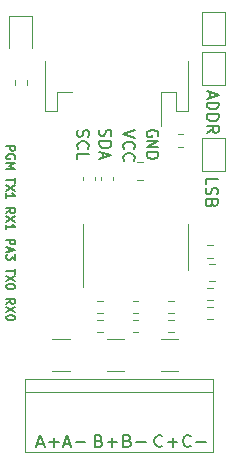
<source format=gbr>
%TF.GenerationSoftware,KiCad,Pcbnew,(6.0.6-0)*%
%TF.CreationDate,2023-05-31T20:28:53-07:00*%
%TF.ProjectId,HCT20,48435432-302e-46b6-9963-61645f706362,rev?*%
%TF.SameCoordinates,Original*%
%TF.FileFunction,Legend,Top*%
%TF.FilePolarity,Positive*%
%FSLAX46Y46*%
G04 Gerber Fmt 4.6, Leading zero omitted, Abs format (unit mm)*
G04 Created by KiCad (PCBNEW (6.0.6-0)) date 2023-05-31 20:28:53*
%MOMM*%
%LPD*%
G01*
G04 APERTURE LIST*
%ADD10C,0.150000*%
%ADD11C,0.120000*%
G04 APERTURE END LIST*
D10*
X113500000Y-71645357D02*
X113547619Y-71559642D01*
X113547619Y-71431071D01*
X113500000Y-71302500D01*
X113404761Y-71216785D01*
X113309523Y-71173928D01*
X113119047Y-71131071D01*
X112976190Y-71131071D01*
X112785714Y-71173928D01*
X112690476Y-71216785D01*
X112595238Y-71302500D01*
X112547619Y-71431071D01*
X112547619Y-71516785D01*
X112595238Y-71645357D01*
X112642857Y-71688214D01*
X112976190Y-71688214D01*
X112976190Y-71516785D01*
X112547619Y-72073928D02*
X113547619Y-72073928D01*
X112547619Y-72588214D01*
X113547619Y-72588214D01*
X112547619Y-73016785D02*
X113547619Y-73016785D01*
X113547619Y-73231071D01*
X113500000Y-73359642D01*
X113404761Y-73445357D01*
X113309523Y-73488214D01*
X113119047Y-73531071D01*
X112976190Y-73531071D01*
X112785714Y-73488214D01*
X112690476Y-73445357D01*
X112595238Y-73359642D01*
X112547619Y-73231071D01*
X112547619Y-73016785D01*
X111547619Y-71140595D02*
X110547619Y-71473928D01*
X111547619Y-71807261D01*
X110642857Y-72712023D02*
X110595238Y-72664404D01*
X110547619Y-72521547D01*
X110547619Y-72426309D01*
X110595238Y-72283452D01*
X110690476Y-72188214D01*
X110785714Y-72140595D01*
X110976190Y-72092976D01*
X111119047Y-72092976D01*
X111309523Y-72140595D01*
X111404761Y-72188214D01*
X111500000Y-72283452D01*
X111547619Y-72426309D01*
X111547619Y-72521547D01*
X111500000Y-72664404D01*
X111452380Y-72712023D01*
X110642857Y-73712023D02*
X110595238Y-73664404D01*
X110547619Y-73521547D01*
X110547619Y-73426309D01*
X110595238Y-73283452D01*
X110690476Y-73188214D01*
X110785714Y-73140595D01*
X110976190Y-73092976D01*
X111119047Y-73092976D01*
X111309523Y-73140595D01*
X111404761Y-73188214D01*
X111500000Y-73283452D01*
X111547619Y-73426309D01*
X111547619Y-73521547D01*
X111500000Y-73664404D01*
X111452380Y-73712023D01*
X117933333Y-67887976D02*
X117933333Y-68364166D01*
X117647619Y-67792738D02*
X118647619Y-68126071D01*
X117647619Y-68459404D01*
X117647619Y-68792738D02*
X118647619Y-68792738D01*
X118647619Y-69030833D01*
X118600000Y-69173690D01*
X118504761Y-69268928D01*
X118409523Y-69316547D01*
X118219047Y-69364166D01*
X118076190Y-69364166D01*
X117885714Y-69316547D01*
X117790476Y-69268928D01*
X117695238Y-69173690D01*
X117647619Y-69030833D01*
X117647619Y-68792738D01*
X117647619Y-69792738D02*
X118647619Y-69792738D01*
X118647619Y-70030833D01*
X118600000Y-70173690D01*
X118504761Y-70268928D01*
X118409523Y-70316547D01*
X118219047Y-70364166D01*
X118076190Y-70364166D01*
X117885714Y-70316547D01*
X117790476Y-70268928D01*
X117695238Y-70173690D01*
X117647619Y-70030833D01*
X117647619Y-69792738D01*
X117647619Y-71364166D02*
X118123809Y-71030833D01*
X117647619Y-70792738D02*
X118647619Y-70792738D01*
X118647619Y-71173690D01*
X118600000Y-71268928D01*
X118552380Y-71316547D01*
X118457142Y-71364166D01*
X118314285Y-71364166D01*
X118219047Y-71316547D01*
X118171428Y-71268928D01*
X118123809Y-71173690D01*
X118123809Y-70792738D01*
X103303214Y-97666666D02*
X103817500Y-97666666D01*
X103200357Y-97952380D02*
X103560357Y-96952380D01*
X103920357Y-97952380D01*
X104280357Y-97571428D02*
X105103214Y-97571428D01*
X104691785Y-97952380D02*
X104691785Y-97190476D01*
X105566071Y-97666666D02*
X106080357Y-97666666D01*
X105463214Y-97952380D02*
X105823214Y-96952380D01*
X106183214Y-97952380D01*
X106543214Y-97571428D02*
X107366071Y-97571428D01*
X100674285Y-72468928D02*
X101394285Y-72468928D01*
X101394285Y-72743214D01*
X101360000Y-72811785D01*
X101325714Y-72846071D01*
X101257142Y-72880357D01*
X101154285Y-72880357D01*
X101085714Y-72846071D01*
X101051428Y-72811785D01*
X101017142Y-72743214D01*
X101017142Y-72468928D01*
X101360000Y-73566071D02*
X101394285Y-73497500D01*
X101394285Y-73394642D01*
X101360000Y-73291785D01*
X101291428Y-73223214D01*
X101222857Y-73188928D01*
X101085714Y-73154642D01*
X100982857Y-73154642D01*
X100845714Y-73188928D01*
X100777142Y-73223214D01*
X100708571Y-73291785D01*
X100674285Y-73394642D01*
X100674285Y-73463214D01*
X100708571Y-73566071D01*
X100742857Y-73600357D01*
X100982857Y-73600357D01*
X100982857Y-73463214D01*
X100674285Y-73908928D02*
X101394285Y-73908928D01*
X100880000Y-74148928D01*
X101394285Y-74388928D01*
X100674285Y-74388928D01*
X101394285Y-75177500D02*
X101394285Y-75588928D01*
X100674285Y-75383214D02*
X101394285Y-75383214D01*
X101394285Y-75760357D02*
X100674285Y-76240357D01*
X101394285Y-76240357D02*
X100674285Y-75760357D01*
X100674285Y-76891785D02*
X100674285Y-76480357D01*
X100674285Y-76686071D02*
X101394285Y-76686071D01*
X101291428Y-76617500D01*
X101222857Y-76548928D01*
X101188571Y-76480357D01*
X100674285Y-78160357D02*
X101017142Y-77920357D01*
X100674285Y-77748928D02*
X101394285Y-77748928D01*
X101394285Y-78023214D01*
X101360000Y-78091785D01*
X101325714Y-78126071D01*
X101257142Y-78160357D01*
X101154285Y-78160357D01*
X101085714Y-78126071D01*
X101051428Y-78091785D01*
X101017142Y-78023214D01*
X101017142Y-77748928D01*
X101394285Y-78400357D02*
X100674285Y-78880357D01*
X101394285Y-78880357D02*
X100674285Y-78400357D01*
X100674285Y-79531785D02*
X100674285Y-79120357D01*
X100674285Y-79326071D02*
X101394285Y-79326071D01*
X101291428Y-79257500D01*
X101222857Y-79188928D01*
X101188571Y-79120357D01*
X100674285Y-80388928D02*
X101394285Y-80388928D01*
X101394285Y-80663214D01*
X101360000Y-80731785D01*
X101325714Y-80766071D01*
X101257142Y-80800357D01*
X101154285Y-80800357D01*
X101085714Y-80766071D01*
X101051428Y-80731785D01*
X101017142Y-80663214D01*
X101017142Y-80388928D01*
X100880000Y-81074642D02*
X100880000Y-81417500D01*
X100674285Y-81006071D02*
X101394285Y-81246071D01*
X100674285Y-81486071D01*
X101394285Y-81657500D02*
X101394285Y-82103214D01*
X101120000Y-81863214D01*
X101120000Y-81966071D01*
X101085714Y-82034642D01*
X101051428Y-82068928D01*
X100982857Y-82103214D01*
X100811428Y-82103214D01*
X100742857Y-82068928D01*
X100708571Y-82034642D01*
X100674285Y-81966071D01*
X100674285Y-81760357D01*
X100708571Y-81691785D01*
X100742857Y-81657500D01*
X101394285Y-82857500D02*
X101394285Y-83268928D01*
X100674285Y-83063214D02*
X101394285Y-83063214D01*
X101394285Y-83440357D02*
X100674285Y-83920357D01*
X101394285Y-83920357D02*
X100674285Y-83440357D01*
X101394285Y-84331785D02*
X101394285Y-84400357D01*
X101360000Y-84468928D01*
X101325714Y-84503214D01*
X101257142Y-84537500D01*
X101120000Y-84571785D01*
X100948571Y-84571785D01*
X100811428Y-84537500D01*
X100742857Y-84503214D01*
X100708571Y-84468928D01*
X100674285Y-84400357D01*
X100674285Y-84331785D01*
X100708571Y-84263214D01*
X100742857Y-84228928D01*
X100811428Y-84194642D01*
X100948571Y-84160357D01*
X101120000Y-84160357D01*
X101257142Y-84194642D01*
X101325714Y-84228928D01*
X101360000Y-84263214D01*
X101394285Y-84331785D01*
X100674285Y-85840357D02*
X101017142Y-85600357D01*
X100674285Y-85428928D02*
X101394285Y-85428928D01*
X101394285Y-85703214D01*
X101360000Y-85771785D01*
X101325714Y-85806071D01*
X101257142Y-85840357D01*
X101154285Y-85840357D01*
X101085714Y-85806071D01*
X101051428Y-85771785D01*
X101017142Y-85703214D01*
X101017142Y-85428928D01*
X101394285Y-86080357D02*
X100674285Y-86560357D01*
X101394285Y-86560357D02*
X100674285Y-86080357D01*
X101394285Y-86971785D02*
X101394285Y-87040357D01*
X101360000Y-87108928D01*
X101325714Y-87143214D01*
X101257142Y-87177500D01*
X101120000Y-87211785D01*
X100948571Y-87211785D01*
X100811428Y-87177500D01*
X100742857Y-87143214D01*
X100708571Y-87108928D01*
X100674285Y-87040357D01*
X100674285Y-86971785D01*
X100708571Y-86903214D01*
X100742857Y-86868928D01*
X100811428Y-86834642D01*
X100948571Y-86800357D01*
X101120000Y-86800357D01*
X101257142Y-86834642D01*
X101325714Y-86868928D01*
X101360000Y-86903214D01*
X101394285Y-86971785D01*
X117547619Y-75711785D02*
X117547619Y-75235595D01*
X118547619Y-75235595D01*
X117595238Y-75997500D02*
X117547619Y-76140357D01*
X117547619Y-76378452D01*
X117595238Y-76473690D01*
X117642857Y-76521309D01*
X117738095Y-76568928D01*
X117833333Y-76568928D01*
X117928571Y-76521309D01*
X117976190Y-76473690D01*
X118023809Y-76378452D01*
X118071428Y-76187976D01*
X118119047Y-76092738D01*
X118166666Y-76045119D01*
X118261904Y-75997500D01*
X118357142Y-75997500D01*
X118452380Y-76045119D01*
X118500000Y-76092738D01*
X118547619Y-76187976D01*
X118547619Y-76426071D01*
X118500000Y-76568928D01*
X118071428Y-77330833D02*
X118023809Y-77473690D01*
X117976190Y-77521309D01*
X117880952Y-77568928D01*
X117738095Y-77568928D01*
X117642857Y-77521309D01*
X117595238Y-77473690D01*
X117547619Y-77378452D01*
X117547619Y-76997500D01*
X118547619Y-76997500D01*
X118547619Y-77330833D01*
X118500000Y-77426071D01*
X118452380Y-77473690D01*
X118357142Y-77521309D01*
X118261904Y-77521309D01*
X118166666Y-77473690D01*
X118119047Y-77426071D01*
X118071428Y-77330833D01*
X118071428Y-76997500D01*
X106695238Y-71131071D02*
X106647619Y-71273928D01*
X106647619Y-71512023D01*
X106695238Y-71607261D01*
X106742857Y-71654880D01*
X106838095Y-71702500D01*
X106933333Y-71702500D01*
X107028571Y-71654880D01*
X107076190Y-71607261D01*
X107123809Y-71512023D01*
X107171428Y-71321547D01*
X107219047Y-71226309D01*
X107266666Y-71178690D01*
X107361904Y-71131071D01*
X107457142Y-71131071D01*
X107552380Y-71178690D01*
X107600000Y-71226309D01*
X107647619Y-71321547D01*
X107647619Y-71559642D01*
X107600000Y-71702500D01*
X106742857Y-72702500D02*
X106695238Y-72654880D01*
X106647619Y-72512023D01*
X106647619Y-72416785D01*
X106695238Y-72273928D01*
X106790476Y-72178690D01*
X106885714Y-72131071D01*
X107076190Y-72083452D01*
X107219047Y-72083452D01*
X107409523Y-72131071D01*
X107504761Y-72178690D01*
X107600000Y-72273928D01*
X107647619Y-72416785D01*
X107647619Y-72512023D01*
X107600000Y-72654880D01*
X107552380Y-72702500D01*
X106647619Y-73607261D02*
X106647619Y-73131071D01*
X107647619Y-73131071D01*
X108514642Y-97428571D02*
X108668928Y-97476190D01*
X108720357Y-97523809D01*
X108771785Y-97619047D01*
X108771785Y-97761904D01*
X108720357Y-97857142D01*
X108668928Y-97904761D01*
X108566071Y-97952380D01*
X108154642Y-97952380D01*
X108154642Y-96952380D01*
X108514642Y-96952380D01*
X108617500Y-97000000D01*
X108668928Y-97047619D01*
X108720357Y-97142857D01*
X108720357Y-97238095D01*
X108668928Y-97333333D01*
X108617500Y-97380952D01*
X108514642Y-97428571D01*
X108154642Y-97428571D01*
X109234642Y-97571428D02*
X110057500Y-97571428D01*
X109646071Y-97952380D02*
X109646071Y-97190476D01*
X110931785Y-97428571D02*
X111086071Y-97476190D01*
X111137500Y-97523809D01*
X111188928Y-97619047D01*
X111188928Y-97761904D01*
X111137500Y-97857142D01*
X111086071Y-97904761D01*
X110983214Y-97952380D01*
X110571785Y-97952380D01*
X110571785Y-96952380D01*
X110931785Y-96952380D01*
X111034642Y-97000000D01*
X111086071Y-97047619D01*
X111137500Y-97142857D01*
X111137500Y-97238095D01*
X111086071Y-97333333D01*
X111034642Y-97380952D01*
X110931785Y-97428571D01*
X110571785Y-97428571D01*
X111651785Y-97571428D02*
X112474642Y-97571428D01*
X108595238Y-71083452D02*
X108547619Y-71226309D01*
X108547619Y-71464404D01*
X108595238Y-71559642D01*
X108642857Y-71607261D01*
X108738095Y-71654880D01*
X108833333Y-71654880D01*
X108928571Y-71607261D01*
X108976190Y-71559642D01*
X109023809Y-71464404D01*
X109071428Y-71273928D01*
X109119047Y-71178690D01*
X109166666Y-71131071D01*
X109261904Y-71083452D01*
X109357142Y-71083452D01*
X109452380Y-71131071D01*
X109500000Y-71178690D01*
X109547619Y-71273928D01*
X109547619Y-71512023D01*
X109500000Y-71654880D01*
X108547619Y-72083452D02*
X109547619Y-72083452D01*
X109547619Y-72321547D01*
X109500000Y-72464404D01*
X109404761Y-72559642D01*
X109309523Y-72607261D01*
X109119047Y-72654880D01*
X108976190Y-72654880D01*
X108785714Y-72607261D01*
X108690476Y-72559642D01*
X108595238Y-72464404D01*
X108547619Y-72321547D01*
X108547619Y-72083452D01*
X108833333Y-73035833D02*
X108833333Y-73512023D01*
X108547619Y-72940595D02*
X109547619Y-73273928D01*
X108547619Y-73607261D01*
X113871785Y-97857142D02*
X113820357Y-97904761D01*
X113666071Y-97952380D01*
X113563214Y-97952380D01*
X113408928Y-97904761D01*
X113306071Y-97809523D01*
X113254642Y-97714285D01*
X113203214Y-97523809D01*
X113203214Y-97380952D01*
X113254642Y-97190476D01*
X113306071Y-97095238D01*
X113408928Y-97000000D01*
X113563214Y-96952380D01*
X113666071Y-96952380D01*
X113820357Y-97000000D01*
X113871785Y-97047619D01*
X114334642Y-97571428D02*
X115157500Y-97571428D01*
X114746071Y-97952380D02*
X114746071Y-97190476D01*
X116288928Y-97857142D02*
X116237500Y-97904761D01*
X116083214Y-97952380D01*
X115980357Y-97952380D01*
X115826071Y-97904761D01*
X115723214Y-97809523D01*
X115671785Y-97714285D01*
X115620357Y-97523809D01*
X115620357Y-97380952D01*
X115671785Y-97190476D01*
X115723214Y-97095238D01*
X115826071Y-97000000D01*
X115980357Y-96952380D01*
X116083214Y-96952380D01*
X116237500Y-97000000D01*
X116288928Y-97047619D01*
X116751785Y-97571428D02*
X117574642Y-97571428D01*
D11*
%TO.C,J3*%
X104960000Y-67910000D02*
X106240000Y-67910000D01*
X115040000Y-67910000D02*
X113760000Y-67910000D01*
X103940000Y-69510000D02*
X104960000Y-69510000D01*
X113760000Y-67910000D02*
X113760000Y-70800000D01*
X116060000Y-69510000D02*
X115040000Y-69510000D01*
X104960000Y-69510000D02*
X104960000Y-67910000D01*
X103940000Y-65260000D02*
X103940000Y-69510000D01*
X116060000Y-65260000D02*
X116060000Y-69510000D01*
X115040000Y-69510000D02*
X115040000Y-67910000D01*
%TO.C,R4*%
X108837258Y-86622500D02*
X108362742Y-86622500D01*
X108837258Y-85577500D02*
X108362742Y-85577500D01*
%TO.C,D1*%
X100880000Y-61455000D02*
X100880000Y-64140000D01*
X102800000Y-64140000D02*
X102800000Y-61455000D01*
X102800000Y-61455000D02*
X100880000Y-61455000D01*
%TO.C,JP4*%
X119200000Y-63925000D02*
X117200000Y-63925000D01*
X117200000Y-61125000D02*
X119200000Y-61125000D01*
X117200000Y-63925000D02*
X117200000Y-61125000D01*
X119200000Y-61125000D02*
X119200000Y-63925000D01*
%TO.C,J1*%
X102220000Y-98400000D02*
X118160000Y-98400000D01*
X102220000Y-92180000D02*
X102220000Y-98400000D01*
X102220000Y-92180000D02*
X118160000Y-92180000D01*
X118160000Y-92180000D02*
X118160000Y-98400000D01*
X102220000Y-93300000D02*
X118160000Y-93300000D01*
%TO.C,C8*%
X108690000Y-75059420D02*
X108690000Y-75340580D01*
X109710000Y-75059420D02*
X109710000Y-75340580D01*
%TO.C,R12*%
X115637258Y-72522500D02*
X115162742Y-72522500D01*
X115637258Y-71477500D02*
X115162742Y-71477500D01*
%TO.C,R8*%
X104576263Y-88845000D02*
X106023737Y-88845000D01*
X104576263Y-91555000D02*
X106023737Y-91555000D01*
%TO.C,C9*%
X118361252Y-82465000D02*
X117838748Y-82465000D01*
X118361252Y-83935000D02*
X117838748Y-83935000D01*
%TO.C,JP5*%
X117200000Y-67300000D02*
X117200000Y-64500000D01*
X119200000Y-67300000D02*
X117200000Y-67300000D01*
X119200000Y-64500000D02*
X119200000Y-67300000D01*
X117200000Y-64500000D02*
X119200000Y-64500000D01*
%TO.C,JP6*%
X119200000Y-71800000D02*
X119200000Y-74600000D01*
X117200000Y-74600000D02*
X117200000Y-71800000D01*
X119200000Y-74600000D02*
X117200000Y-74600000D01*
X117200000Y-71800000D02*
X119200000Y-71800000D01*
%TO.C,R11*%
X101377500Y-67337258D02*
X101377500Y-66862742D01*
X102422500Y-67337258D02*
X102422500Y-66862742D01*
%TO.C,R13*%
X108362742Y-87177500D02*
X108837258Y-87177500D01*
X108362742Y-88222500D02*
X108837258Y-88222500D01*
%TO.C,C1*%
X107190000Y-75059420D02*
X107190000Y-75340580D01*
X108210000Y-75059420D02*
X108210000Y-75340580D01*
%TO.C,R10*%
X113776263Y-88845000D02*
X115223737Y-88845000D01*
X113776263Y-91555000D02*
X115223737Y-91555000D01*
%TO.C,R9*%
X109176263Y-91555000D02*
X110623737Y-91555000D01*
X109176263Y-88845000D02*
X110623737Y-88845000D01*
%TO.C,R15*%
X114362742Y-87177500D02*
X114837258Y-87177500D01*
X114362742Y-88222500D02*
X114837258Y-88222500D01*
%TO.C,R7*%
X117662742Y-86077500D02*
X118137258Y-86077500D01*
X117662742Y-87122500D02*
X118137258Y-87122500D01*
%TO.C,R5*%
X111837258Y-86622500D02*
X111362742Y-86622500D01*
X111837258Y-85577500D02*
X111362742Y-85577500D01*
%TO.C,R2*%
X118137258Y-84477500D02*
X117662742Y-84477500D01*
X118137258Y-85522500D02*
X117662742Y-85522500D01*
%TO.C,C3*%
X111738748Y-75335000D02*
X112261252Y-75335000D01*
X111738748Y-73865000D02*
X112261252Y-73865000D01*
%TO.C,R6*%
X114837258Y-86622500D02*
X114362742Y-86622500D01*
X114837258Y-85577500D02*
X114362742Y-85577500D01*
%TO.C,R1*%
X117662742Y-80877500D02*
X118137258Y-80877500D01*
X117662742Y-81922500D02*
X118137258Y-81922500D01*
%TO.C,R14*%
X111362742Y-87177500D02*
X111837258Y-87177500D01*
X111362742Y-88222500D02*
X111837258Y-88222500D01*
%TO.C,U1*%
X107165000Y-81000000D02*
X107165000Y-84450000D01*
X107165000Y-81000000D02*
X107165000Y-79050000D01*
X116035000Y-81000000D02*
X116035000Y-79050000D01*
X116035000Y-81000000D02*
X116035000Y-82950000D01*
%TD*%
M02*

</source>
